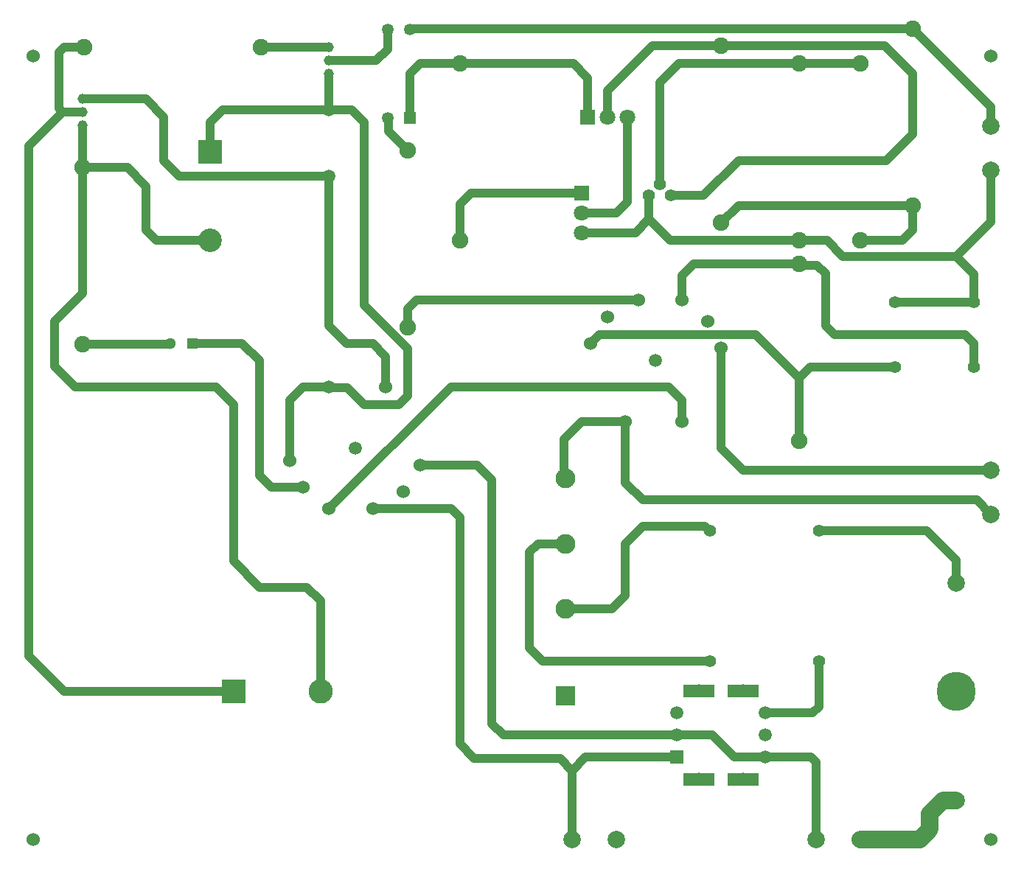
<source format=gtl>
G04*
G04 #@! TF.GenerationSoftware,Altium Limited,Altium Designer,21.6.4 (81)*
G04*
G04 Layer_Physical_Order=1*
G04 Layer_Color=255*
%FSLAX44Y44*%
%MOMM*%
G71*
G04*
G04 #@! TF.SameCoordinates,0086CBAF-0D55-4FB9-886D-9C3AAF8982FA*
G04*
G04*
G04 #@! TF.FilePolarity,Positive*
G04*
G01*
G75*
%ADD37C,1.0000*%
%ADD38C,2.0000*%
%ADD39C,1.5240*%
%ADD40C,1.5000*%
%ADD41R,2.2700X2.2700*%
%ADD42C,2.2700*%
%ADD43C,1.4000*%
%ADD44C,1.9000*%
%ADD45C,1.1500*%
%ADD46R,2.7000X2.7000*%
%ADD47C,2.7000*%
%ADD48R,1.3500X1.3500*%
%ADD49C,1.3500*%
%ADD50C,1.5080*%
%ADD51R,1.5080X1.5080*%
%ADD52C,4.5000*%
%ADD53C,2.0000*%
%ADD54C,2.8000*%
%ADD55R,2.8000X2.8000*%
%ADD56C,1.3000*%
%ADD57R,1.3000X1.3000*%
%ADD58R,1.8000X1.8000*%
%ADD59C,1.8000*%
%ADD60R,1.8000X1.8000*%
G36*
X1207900Y126700D02*
X1172900D01*
Y111700D01*
X1207900D01*
Y126700D01*
D02*
G37*
G36*
X1157100D02*
X1122100D01*
Y111700D01*
X1157100D01*
Y126700D01*
D02*
G37*
G36*
X1207900Y228300D02*
X1172900D01*
Y213300D01*
X1207900D01*
Y228300D01*
D02*
G37*
G36*
X1157100D02*
X1122100D01*
Y213300D01*
X1157100D01*
Y228300D01*
D02*
G37*
D37*
X432204Y677204D02*
X400000Y645000D01*
X423398Y570000D02*
X400000Y593398D01*
Y645000D01*
X585000Y570000D02*
X423398D01*
X410858Y220000D02*
X370000Y260858D01*
X409265Y885735D02*
X370000Y846470D01*
Y260858D02*
Y846470D01*
X855000Y570000D02*
X715000Y430000D01*
X945000Y270000D02*
Y380000D01*
X1152500Y255000D02*
X960000D01*
X945000Y270000D01*
X986500Y390000D02*
X955000D01*
X945000Y380000D01*
X1040000Y315000D02*
X986500D01*
X1055000Y330000D02*
Y390000D01*
Y330000D02*
X1040000Y315000D01*
X1075000Y410000D02*
X1055000Y390000D01*
X1151418Y405000D02*
X1146418Y410000D01*
X1152500Y405000D02*
X1151418D01*
X1146418Y410000D02*
X1075000D01*
X1475000Y891600D02*
X1385000Y981600D01*
X1475000Y870000D02*
Y891600D01*
X605000Y220000D02*
X410858D01*
Y960000D02*
X405000Y954142D01*
X409265Y885735D02*
X405000Y890000D01*
X433400Y960000D02*
X410858D01*
X405000Y890000D02*
Y954142D01*
X705000Y220000D02*
Y324142D01*
X689142Y340000D02*
X635000D01*
X705000Y324142D02*
X689142Y340000D01*
X635000D02*
X605000Y370000D01*
Y550000D01*
X865000Y160000D02*
Y420000D01*
X855000Y430000D02*
X765000D01*
X865000Y420000D02*
X855000Y430000D01*
X881805Y143195D02*
X865000Y160000D01*
X980205Y143195D02*
X881805D01*
X820000Y480000D02*
X820000Y480000D01*
X885000Y480000D02*
X820000D01*
X901778Y183222D02*
Y463222D01*
X885000Y480000D01*
X915000Y170000D02*
X901778Y183222D01*
X1114200Y170000D02*
X915000D01*
X1155000D02*
X1114200D01*
X1180400Y144600D02*
X1155000Y170000D01*
X1215800Y144600D02*
X1180400D01*
X985000Y466500D02*
Y510000D01*
X1005000Y530000D02*
X985000Y510000D01*
X1055000Y530000D02*
X1005000D01*
X994200Y129200D02*
X980205Y143195D01*
X1009600Y144600D02*
X994200Y129200D01*
Y50000D02*
Y129200D01*
X1114200Y144600D02*
X1009600D01*
X1277500Y202500D02*
Y255000D01*
X1270400Y195400D02*
X1215800D01*
X1277500Y202500D02*
X1270400Y195400D01*
X1274200Y138742D02*
X1268342Y144600D01*
X1215800D01*
X1274200Y50000D02*
Y138742D01*
X1435000Y345000D02*
Y371067D01*
X1475000Y760000D02*
Y819200D01*
X1435000Y371067D02*
X1401067Y405000D01*
X1277500D01*
X1204840Y630160D02*
X1158720D01*
X1255000Y580000D02*
X1204840Y630160D01*
X635000Y600000D02*
X615000Y620000D01*
X635000Y468155D02*
Y600000D01*
X648155Y455000D02*
X635000Y468155D01*
X605000Y550000D02*
X585000Y570000D01*
X1165000Y500000D02*
Y615000D01*
X1475000Y474600D02*
X1190400D01*
X1165000Y500000D01*
X1166418Y615000D02*
X1165000D01*
X1025160Y629840D02*
X1015320Y620000D01*
X1015000D01*
X1158400Y629840D02*
X1025160D01*
X1158720Y630160D02*
X1158400Y629840D01*
X715000Y430000D02*
Y430000D01*
X1105000Y570000D02*
X855000D01*
X1120000Y555000D02*
X1105000Y570000D01*
X1120000Y530000D02*
Y555000D01*
X755000Y874164D02*
X741064Y888100D01*
X715000D01*
X755000Y664302D02*
Y874164D01*
X805000Y614302D02*
X755000Y664302D01*
X805000Y841600D02*
X782970Y863630D01*
X805000Y560000D02*
Y614302D01*
X782970Y863630D02*
Y878530D01*
X805000Y560000D02*
X795000Y550000D01*
X755000D01*
X716003Y568997D02*
X715000Y570000D01*
X736003Y568997D02*
X716003D01*
X755000Y550000D02*
X736003Y568997D01*
X715000Y640000D02*
Y811900D01*
X735000Y620000D02*
X715000Y640000D01*
X765000Y620000D02*
X735000D01*
X780000Y570000D02*
Y605000D01*
X765000Y620000D01*
X670000Y485000D02*
Y555000D01*
X685000Y570000D02*
X670000Y555000D01*
X715000Y570000D02*
X685000D01*
X805000Y638400D02*
Y660000D01*
X1070000Y670000D02*
X815000D01*
X805000Y660000D01*
X615000Y620000D02*
X557700D01*
X782970Y878530D02*
X782300Y879200D01*
X685000Y455000D02*
X648155D01*
X1075000Y440000D02*
X1055000Y460000D01*
X1458800Y440000D02*
X1075000D01*
X1475000Y423800D02*
X1458800Y440000D01*
X986500Y465000D02*
X985000Y466500D01*
X1055000Y460000D02*
Y530000D01*
X432204Y677204D02*
Y821869D01*
X531488Y620000D02*
X530157Y618669D01*
X432204D01*
X532300Y620000D02*
X531488D01*
X483131Y821869D02*
X432204D01*
X505000Y800000D02*
X483131Y821869D01*
X505000Y750000D02*
Y800000D01*
X516811Y738189D02*
X505000Y750000D01*
X578674Y738189D02*
X516811D01*
X525000Y830000D02*
Y880000D01*
X504265Y900735D02*
X432204D01*
X525000Y880000D02*
X504265Y900735D01*
X715000Y811900D02*
X543100D01*
X525000Y830000D01*
X578674Y839789D02*
Y873683D01*
X715000Y888100D02*
X593090D01*
X578674Y873683D01*
X715000Y888100D02*
Y930000D01*
X769179Y945000D02*
X715000D01*
X782300Y958121D02*
X769179Y945000D01*
X432204Y821869D02*
Y870735D01*
Y885735D02*
X409265D01*
X715000Y960000D02*
X636600D01*
X636600Y960000D01*
X782300Y958121D02*
Y980800D01*
X1120000Y670000D02*
Y697614D01*
X1133986Y711600D02*
X1120000Y697614D01*
X1255000Y711600D02*
X1133986D01*
X1255000Y508400D02*
Y580000D01*
X1365000Y592500D02*
X1267500D01*
X1255000Y580000D01*
X1275122Y709878D02*
X1256722D01*
X1255000Y711600D01*
X1285000Y700000D02*
X1275122Y709878D01*
X1285000Y640000D02*
Y700000D01*
X1295000Y630000D02*
X1285000Y640000D01*
X1445000Y630000D02*
X1295000D01*
X1455422Y619578D02*
X1445000Y630000D01*
X1455422Y592500D02*
Y619578D01*
Y667500D02*
X1455422Y667500D01*
X1365000D01*
X1455422Y699578D02*
X1435000Y720000D01*
X1455422Y667500D02*
Y699578D01*
X1286600Y738400D02*
X1255000D01*
X1305000Y720000D02*
X1286600Y738400D01*
X1385000Y860000D02*
X1355000Y830000D01*
X1385000Y930000D02*
X1353400Y961600D01*
X1385000Y860000D02*
Y930000D01*
X1355000Y830000D02*
X1185000D01*
X1145000Y790000D02*
X1107700D01*
X1185000Y830000D02*
X1145000Y790000D01*
X1185000Y778400D02*
X1165000Y758400D01*
X1385000Y778400D02*
X1185000D01*
X1106600Y738400D02*
X1082300Y762700D01*
X1255000Y738400D02*
X1106600D01*
X1353400Y961600D02*
X1165000D01*
X1095000Y802700D02*
Y920000D01*
X1255000Y941600D02*
X1116600D01*
X1095000Y920000D01*
X1325000Y941600D02*
X1255000D01*
X1435000Y720000D02*
X1305000D01*
X1373400Y738400D02*
X1325000D01*
X1385000Y750000D02*
X1373400Y738400D01*
X1475000Y760000D02*
X1435000Y720000D01*
X1165000Y961600D02*
X1086600D01*
X1045000Y770000D02*
X1005000D01*
X1057800Y782800D02*
X1045000Y770000D01*
X1057800Y782800D02*
Y880000D01*
X1066800Y747200D02*
X1005000D01*
X1082300Y762700D02*
X1066800Y747200D01*
X1082300Y762700D02*
Y790000D01*
X865000Y738400D02*
Y780000D01*
X877800Y792800D02*
X865000Y780000D01*
X1005000Y792800D02*
X877800D01*
X1035000Y880000D02*
Y910000D01*
X1086600Y961600D02*
X1035000Y910000D01*
X1012200Y890000D02*
Y924846D01*
X995445Y941600D01*
X865000D01*
X807700Y879200D02*
Y929919D01*
X819381Y941600D02*
X807700Y929919D01*
X865000Y941600D02*
X819381D01*
X1384600Y981200D02*
X808100D01*
X807700Y980800D01*
X1385000Y981600D02*
X1384600Y981200D01*
X1385000Y750000D02*
Y778400D01*
D38*
X1405000Y61716D02*
X1393284Y50000D01*
X1405000Y61716D02*
Y80000D01*
X1393284Y50000D02*
X1325000D01*
X1435000Y95000D02*
X1420000D01*
X1405000Y80000D01*
D39*
X780000Y570000D02*
D03*
X715000D02*
D03*
X820000Y480000D02*
D03*
X800000Y450000D02*
D03*
X765000Y430000D02*
D03*
X715000D02*
D03*
X685000Y455000D02*
D03*
X670000Y485000D02*
D03*
X1055000Y530000D02*
D03*
X1120000D02*
D03*
X1015000Y620000D02*
D03*
X1035000Y650000D02*
D03*
X1070000Y670000D02*
D03*
X1120000D02*
D03*
X1150000Y645000D02*
D03*
X1165000Y615000D02*
D03*
X375000Y50000D02*
D03*
Y950000D02*
D03*
X1475000D02*
D03*
Y50000D02*
D03*
D40*
X745000Y500000D02*
D03*
X1090000Y600000D02*
D03*
X715000Y888100D02*
D03*
Y811900D02*
D03*
D41*
X986500Y215000D02*
D03*
D42*
Y315000D02*
D03*
Y390000D02*
D03*
Y465000D02*
D03*
D43*
X1277500Y255000D02*
D03*
Y405000D02*
D03*
X1152500Y255000D02*
D03*
Y405000D02*
D03*
X1095000Y802700D02*
D03*
X1082300Y790000D02*
D03*
X1107700D02*
D03*
X1365000Y667500D02*
D03*
Y592500D02*
D03*
X1455422Y667500D02*
D03*
Y592500D02*
D03*
D44*
X1255000Y508400D02*
D03*
Y711600D02*
D03*
X1385000Y981600D02*
D03*
Y778400D02*
D03*
X636600Y960000D02*
D03*
X433400D02*
D03*
X432204Y618669D02*
D03*
Y821869D02*
D03*
X1165000Y961600D02*
D03*
Y758400D02*
D03*
X1325000Y941600D02*
D03*
Y738400D02*
D03*
X865000D02*
D03*
Y941600D02*
D03*
X805000Y638400D02*
D03*
Y841600D02*
D03*
X1255000Y738400D02*
D03*
Y941600D02*
D03*
D45*
X432204Y870735D02*
D03*
Y885735D02*
D03*
Y900735D02*
D03*
X715000Y960000D02*
D03*
Y945000D02*
D03*
Y930000D02*
D03*
D46*
X578674Y839789D02*
D03*
D47*
Y738189D02*
D03*
D48*
X807700Y879200D02*
D03*
D49*
X782300D02*
D03*
X807700Y980800D02*
D03*
X782300D02*
D03*
D50*
X1114200Y195400D02*
D03*
X1215800D02*
D03*
X1190400Y220800D02*
D03*
Y119200D02*
D03*
X1139600Y220800D02*
D03*
Y119200D02*
D03*
X1215800Y170000D02*
D03*
X1114200D02*
D03*
X1215800Y144600D02*
D03*
D51*
X1114200D02*
D03*
D52*
X1435000Y220000D02*
D03*
D53*
Y95000D02*
D03*
Y345000D02*
D03*
X1325000Y50000D02*
D03*
X1274200D02*
D03*
X1045000D02*
D03*
X994200D02*
D03*
X1475000Y819200D02*
D03*
Y870000D02*
D03*
Y423800D02*
D03*
Y474600D02*
D03*
D54*
X705000Y220000D02*
D03*
D55*
X605000D02*
D03*
D56*
X532300Y620000D02*
D03*
D57*
X557700D02*
D03*
D58*
X1012200Y880000D02*
D03*
D59*
X1057800D02*
D03*
X1035000D02*
D03*
X1005000Y747200D02*
D03*
Y770000D02*
D03*
D60*
Y792800D02*
D03*
M02*

</source>
